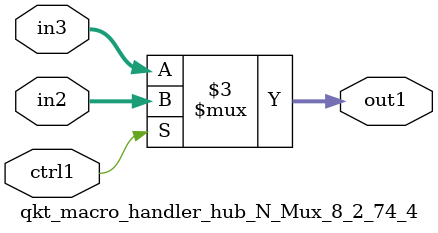
<source format=v>

`timescale 1ps / 1ps


module qkt_macro_handler_hub_N_Mux_8_2_74_4( in3, in2, ctrl1, out1 );

    input [7:0] in3;
    input [7:0] in2;
    input ctrl1;
    output [7:0] out1;
    reg [7:0] out1;

    
    // rtl_process:qkt_macro_handler_hub_N_Mux_8_2_74_4/qkt_macro_handler_hub_N_Mux_8_2_74_4_thread_1
    always @*
      begin : qkt_macro_handler_hub_N_Mux_8_2_74_4_thread_1
        case (ctrl1) 
          1'b1: 
            begin
              out1 = in2;
            end
          default: 
            begin
              out1 = in3;
            end
        endcase
      end

endmodule



</source>
